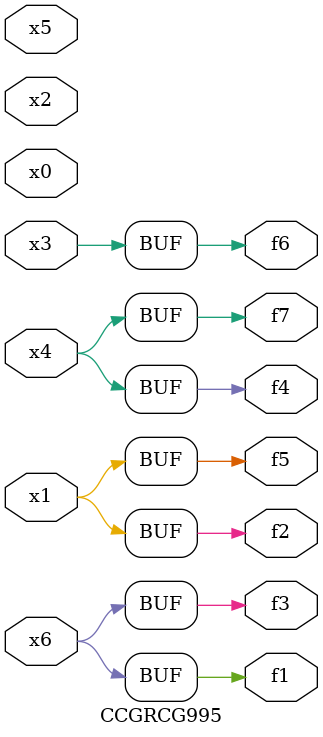
<source format=v>
module CCGRCG995(
	input x0, x1, x2, x3, x4, x5, x6,
	output f1, f2, f3, f4, f5, f6, f7
);
	assign f1 = x6;
	assign f2 = x1;
	assign f3 = x6;
	assign f4 = x4;
	assign f5 = x1;
	assign f6 = x3;
	assign f7 = x4;
endmodule

</source>
